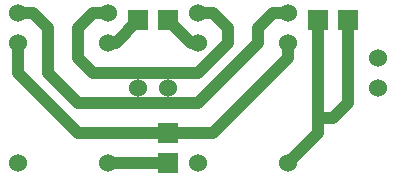
<source format=gtl>
G04 #@! TF.GenerationSoftware,KiCad,Pcbnew,(5.1.6)-1*
G04 #@! TF.CreationDate,2020-06-01T08:00:51+09:00*
G04 #@! TF.ProjectId,EXOR,45584f52-2e6b-4696-9361-645f70636258,rev?*
G04 #@! TF.SameCoordinates,Original*
G04 #@! TF.FileFunction,Copper,L1,Top*
G04 #@! TF.FilePolarity,Positive*
%FSLAX46Y46*%
G04 Gerber Fmt 4.6, Leading zero omitted, Abs format (unit mm)*
G04 Created by KiCad (PCBNEW (5.1.6)-1) date 2020-06-01 08:00:51*
%MOMM*%
%LPD*%
G01*
G04 APERTURE LIST*
G04 #@! TA.AperFunction,ComponentPad*
%ADD10C,1.524000*%
G04 #@! TD*
G04 #@! TA.AperFunction,ComponentPad*
%ADD11R,1.700000X1.700000*%
G04 #@! TD*
G04 #@! TA.AperFunction,Conductor*
%ADD12C,1.000000*%
G04 #@! TD*
G04 APERTURE END LIST*
D10*
X45720000Y-19685000D03*
X45720000Y-22225000D03*
X27940000Y-22225000D03*
X25400000Y-22225000D03*
D11*
X27940000Y-26035000D03*
X27940000Y-28575000D03*
X43180000Y-16475000D03*
X40640000Y-16475000D03*
X27940000Y-16475000D03*
X25400000Y-16475000D03*
D10*
X38100000Y-28575000D03*
X30480000Y-28575000D03*
X30480000Y-18415000D03*
X38100000Y-18415000D03*
X38100000Y-15875000D03*
X30480000Y-15875000D03*
X15240000Y-15875000D03*
X22860000Y-15875000D03*
X22860000Y-18415000D03*
X15240000Y-18415000D03*
X15240000Y-28575000D03*
X22860000Y-28575000D03*
D12*
X23460000Y-18415000D02*
X25400000Y-16475000D01*
X22860000Y-18415000D02*
X23460000Y-18415000D01*
X29880000Y-18415000D02*
X27940000Y-16475000D01*
X30480000Y-18415000D02*
X29880000Y-18415000D01*
X27940000Y-28575000D02*
X22860000Y-28575000D01*
X15240000Y-18415000D02*
X15240000Y-20955000D01*
X20320000Y-26035000D02*
X27940000Y-26035000D01*
X15240000Y-20955000D02*
X20320000Y-26035000D01*
X38100000Y-18415000D02*
X38100000Y-19685000D01*
X31750000Y-26035000D02*
X27940000Y-26035000D01*
X38100000Y-19685000D02*
X31750000Y-26035000D01*
X38100000Y-28575000D02*
X40640000Y-26035000D01*
X40640000Y-22225000D02*
X40640000Y-16475000D01*
X21590000Y-15875000D02*
X20320000Y-17145000D01*
X22860000Y-15875000D02*
X21590000Y-15875000D01*
X20320000Y-17145000D02*
X20320000Y-19685000D01*
X20320000Y-19685000D02*
X21590000Y-20955000D01*
X21590000Y-20955000D02*
X30480000Y-20955000D01*
X30480000Y-20955000D02*
X33020000Y-18415000D01*
X33020000Y-18415000D02*
X33020000Y-17145000D01*
X33020000Y-17145000D02*
X31750000Y-15875000D01*
X31750000Y-15875000D02*
X30480000Y-15875000D01*
X35560000Y-18415000D02*
X35560000Y-17145000D01*
X36830000Y-15875000D02*
X38100000Y-15875000D01*
X30480000Y-23495000D02*
X35560000Y-18415000D01*
X16510000Y-15875000D02*
X17780000Y-17145000D01*
X35560000Y-17145000D02*
X36830000Y-15875000D01*
X17780000Y-17145000D02*
X17780000Y-20955000D01*
X15240000Y-15875000D02*
X16510000Y-15875000D01*
X17780000Y-20955000D02*
X20320000Y-23495000D01*
X20320000Y-23495000D02*
X30480000Y-23495000D01*
X41910000Y-24765000D02*
X40640000Y-24765000D01*
X43180000Y-23495000D02*
X41910000Y-24765000D01*
X43180000Y-16475000D02*
X43180000Y-23495000D01*
X40640000Y-26035000D02*
X40640000Y-24765000D01*
X40640000Y-24765000D02*
X40640000Y-22225000D01*
M02*

</source>
